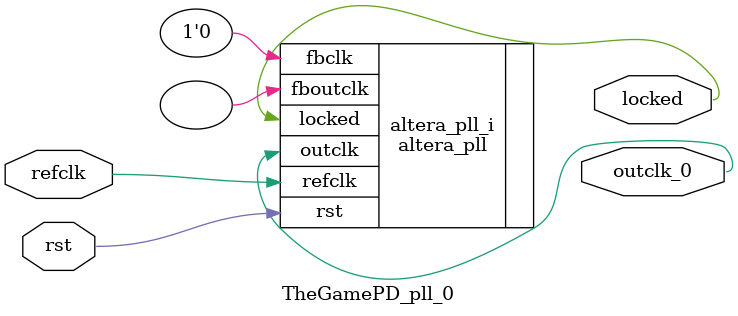
<source format=v>
`timescale 1ns/10ps
module  TheGamePD_pll_0(

	// interface 'refclk'
	input wire refclk,

	// interface 'reset'
	input wire rst,

	// interface 'outclk0'
	output wire outclk_0,

	// interface 'locked'
	output wire locked
);

	altera_pll #(
		.fractional_vco_multiplier("false"),
		.reference_clock_frequency("50.0 MHz"),
		.operation_mode("direct"),
		.number_of_clocks(1),
		.output_clock_frequency0("100.000000 MHz"),
		.phase_shift0("0 ps"),
		.duty_cycle0(50),
		.output_clock_frequency1("0 MHz"),
		.phase_shift1("0 ps"),
		.duty_cycle1(50),
		.output_clock_frequency2("0 MHz"),
		.phase_shift2("0 ps"),
		.duty_cycle2(50),
		.output_clock_frequency3("0 MHz"),
		.phase_shift3("0 ps"),
		.duty_cycle3(50),
		.output_clock_frequency4("0 MHz"),
		.phase_shift4("0 ps"),
		.duty_cycle4(50),
		.output_clock_frequency5("0 MHz"),
		.phase_shift5("0 ps"),
		.duty_cycle5(50),
		.output_clock_frequency6("0 MHz"),
		.phase_shift6("0 ps"),
		.duty_cycle6(50),
		.output_clock_frequency7("0 MHz"),
		.phase_shift7("0 ps"),
		.duty_cycle7(50),
		.output_clock_frequency8("0 MHz"),
		.phase_shift8("0 ps"),
		.duty_cycle8(50),
		.output_clock_frequency9("0 MHz"),
		.phase_shift9("0 ps"),
		.duty_cycle9(50),
		.output_clock_frequency10("0 MHz"),
		.phase_shift10("0 ps"),
		.duty_cycle10(50),
		.output_clock_frequency11("0 MHz"),
		.phase_shift11("0 ps"),
		.duty_cycle11(50),
		.output_clock_frequency12("0 MHz"),
		.phase_shift12("0 ps"),
		.duty_cycle12(50),
		.output_clock_frequency13("0 MHz"),
		.phase_shift13("0 ps"),
		.duty_cycle13(50),
		.output_clock_frequency14("0 MHz"),
		.phase_shift14("0 ps"),
		.duty_cycle14(50),
		.output_clock_frequency15("0 MHz"),
		.phase_shift15("0 ps"),
		.duty_cycle15(50),
		.output_clock_frequency16("0 MHz"),
		.phase_shift16("0 ps"),
		.duty_cycle16(50),
		.output_clock_frequency17("0 MHz"),
		.phase_shift17("0 ps"),
		.duty_cycle17(50),
		.pll_type("General"),
		.pll_subtype("General")
	) altera_pll_i (
		.rst	(rst),
		.outclk	({outclk_0}),
		.locked	(locked),
		.fboutclk	( ),
		.fbclk	(1'b0),
		.refclk	(refclk)
	);
endmodule


</source>
